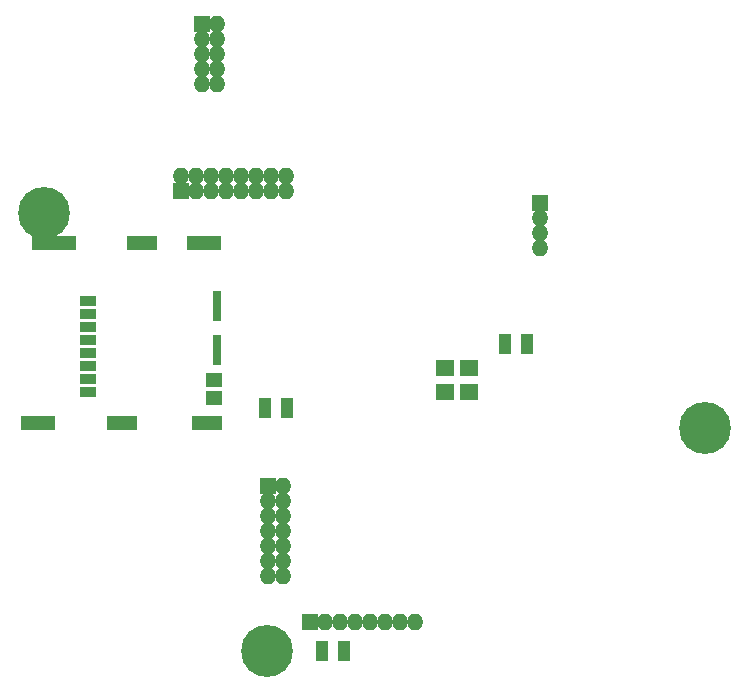
<source format=gbs>
G04 #@! TF.FileFunction,Soldermask,Bot*
%FSLAX46Y46*%
G04 Gerber Fmt 4.6, Leading zero omitted, Abs format (unit mm)*
G04 Created by KiCad (PCBNEW 4.0.7) date 06/01/18 20:18:40*
%MOMM*%
%LPD*%
G01*
G04 APERTURE LIST*
%ADD10C,0.100000*%
%ADD11R,1.350000X1.200000*%
%ADD12R,1.350000X1.300000*%
%ADD13R,0.800000X2.500000*%
%ADD14R,2.500000X1.250000*%
%ADD15R,2.900000X1.250000*%
%ADD16R,1.400000X0.900000*%
%ADD17R,3.000000X1.150000*%
%ADD18R,2.500000X1.150000*%
%ADD19R,3.700000X1.150000*%
%ADD20R,1.400000X1.400000*%
%ADD21O,1.400000X1.400000*%
%ADD22R,1.650000X1.400000*%
%ADD23R,1.100000X1.700000*%
%ADD24C,4.400000*%
G04 APERTURE END LIST*
D10*
D11*
X36425000Y-56530000D03*
D12*
X36425000Y-55040000D03*
D13*
X36700000Y-52480000D03*
X36700000Y-48780000D03*
D14*
X35850000Y-58655000D03*
X28620000Y-58655000D03*
D15*
X21500000Y-58655000D03*
D16*
X25700000Y-56045000D03*
X25700000Y-54945000D03*
X25700000Y-53845000D03*
X25700000Y-52745000D03*
X25700000Y-51645000D03*
X25700000Y-50545000D03*
X25700000Y-49445000D03*
D17*
X35600000Y-43455000D03*
D18*
X30350000Y-43455000D03*
D16*
X25700000Y-48345000D03*
D19*
X22900000Y-43455000D03*
D20*
X41000000Y-64000000D03*
D21*
X42270000Y-64000000D03*
X41000000Y-65270000D03*
X42270000Y-65270000D03*
X41000000Y-66540000D03*
X42270000Y-66540000D03*
X41000000Y-67810000D03*
X42270000Y-67810000D03*
X41000000Y-69080000D03*
X42270000Y-69080000D03*
X41000000Y-70350000D03*
X42270000Y-70350000D03*
X41000000Y-71620000D03*
X42270000Y-71620000D03*
D20*
X33620000Y-39000000D03*
D21*
X33620000Y-37730000D03*
X34890000Y-39000000D03*
X34890000Y-37730000D03*
X36160000Y-39000000D03*
X36160000Y-37730000D03*
X37430000Y-39000000D03*
X37430000Y-37730000D03*
X38700000Y-39000000D03*
X38700000Y-37730000D03*
X39970000Y-39000000D03*
X39970000Y-37730000D03*
X41240000Y-39000000D03*
X41240000Y-37730000D03*
X42510000Y-39000000D03*
X42510000Y-37730000D03*
D22*
X56000000Y-56000000D03*
X56000000Y-54000000D03*
X58000000Y-56000000D03*
X58000000Y-54000000D03*
D20*
X35400000Y-24900000D03*
D21*
X36670000Y-24900000D03*
X35400000Y-26170000D03*
X36670000Y-26170000D03*
X35400000Y-27440000D03*
X36670000Y-27440000D03*
X35400000Y-28710000D03*
X36670000Y-28710000D03*
X35400000Y-29980000D03*
X36670000Y-29980000D03*
D23*
X45530000Y-77970000D03*
X47430000Y-77970000D03*
X61050000Y-52000000D03*
X62950000Y-52000000D03*
D24*
X40900000Y-78000000D03*
X78000000Y-59100000D03*
X22000000Y-40900000D03*
D20*
X44500000Y-75500000D03*
D21*
X45770000Y-75500000D03*
X47040000Y-75500000D03*
X48310000Y-75500000D03*
X49580000Y-75500000D03*
X50850000Y-75500000D03*
X52120000Y-75500000D03*
X53390000Y-75500000D03*
D20*
X64000000Y-40000000D03*
D21*
X64000000Y-41270000D03*
X64000000Y-42540000D03*
X64000000Y-43810000D03*
D23*
X40690000Y-57390000D03*
X42590000Y-57390000D03*
M02*

</source>
